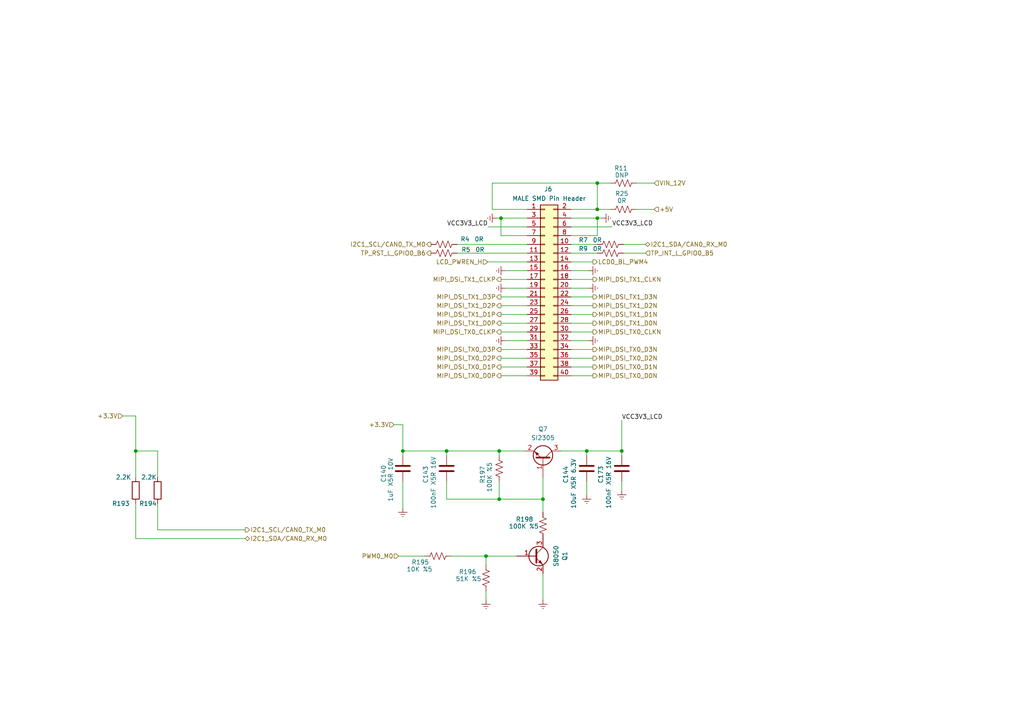
<source format=kicad_sch>
(kicad_sch (version 20231120) (generator "eeschema") (generator_version "8.0")
  (paper "A4")
  (lib_symbols
    (symbol "Connector_Generic:Conn_02x20_Odd_Even" (pin_names (offset 1.016) hide)
      (property "Reference" "J" (at 1.27 25.4 0))
      (property "Value" "Conn_02x20_Odd_Even" (at 1.27 -27.94 0))
      (symbol "Conn_02x20_Odd_Even_1_1"
        (rectangle (start -1.27 -25.273) (end 0 -25.527) (stroke (width 0.1524)))
        (rectangle (start -1.27 -22.733) (end 0 -22.987) (stroke (width 0.1524)))
        (rectangle (start -1.27 -20.193) (end 0 -20.447) (stroke (width 0.1524)))
        (rectangle (start -1.27 -17.653) (end 0 -17.907) (stroke (width 0.1524)))
        (rectangle (start -1.27 -15.113) (end 0 -15.367) (stroke (width 0.1524)))
        (rectangle (start -1.27 -12.573) (end 0 -12.827) (stroke (width 0.1524)))
        (rectangle (start -1.27 -10.033) (end 0 -10.287) (stroke (width 0.1524)))
        (rectangle (start -1.27 -7.493) (end 0 -7.747) (stroke (width 0.1524)))
        (rectangle (start -1.27 -4.953) (end 0 -5.207) (stroke (width 0.1524)))
        (rectangle (start -1.27 -2.413) (end 0 -2.667) (stroke (width 0.1524)))
        (rectangle (start -1.27 0.127) (end 0 -0.127) (stroke (width 0.1524)))
        (rectangle (start -1.27 2.667) (end 0 2.413) (stroke (width 0.1524)))
        (rectangle (start -1.27 5.207) (end 0 4.953) (stroke (width 0.1524)))
        (rectangle (start -1.27 7.747) (end 0 7.493) (stroke (width 0.1524)))
        (rectangle (start -1.27 10.287) (end 0 10.033) (stroke (width 0.1524)))
        (rectangle (start -1.27 12.827) (end 0 12.573) (stroke (width 0.1524)))
        (rectangle (start -1.27 15.367) (end 0 15.113) (stroke (width 0.1524)))
        (rectangle (start -1.27 17.907) (end 0 17.653) (stroke (width 0.1524)))
        (rectangle (start -1.27 20.447) (end 0 20.193) (stroke (width 0.1524)))
        (rectangle (start -1.27 22.987) (end 0 22.733) (stroke (width 0.1524)))
        (rectangle (start -1.27 24.13) (end 3.81 -26.67) (stroke (width 0.254)) (fill (type background)))
        (rectangle (start 3.81 -25.273) (end 2.54 -25.527) (stroke (width 0.1524)))
        (rectangle (start 3.81 -22.733) (end 2.54 -22.987) (stroke (width 0.1524)))
        (rectangle (start 3.81 -20.193) (end 2.54 -20.447) (stroke (width 0.1524)))
        (rectangle (start 3.81 -17.653) (end 2.54 -17.907) (stroke (width 0.1524)))
        (rectangle (start 3.81 -15.113) (end 2.54 -15.367) (stroke (width 0.1524)))
        (rectangle (start 3.81 -12.573) (end 2.54 -12.827) (stroke (width 0.1524)))
        (rectangle (start 3.81 -10.033) (end 2.54 -10.287) (stroke (width 0.1524)))
        (rectangle (start 3.81 -7.493) (end 2.54 -7.747) (stroke (width 0.1524)))
        (rectangle (start 3.81 -4.953) (end 2.54 -5.207) (stroke (width 0.1524)))
        (rectangle (start 3.81 -2.413) (end 2.54 -2.667) (stroke (width 0.1524)))
        (rectangle (start 3.81 0.127) (end 2.54 -0.127) (stroke (width 0.1524)))
        (rectangle (start 3.81 2.667) (end 2.54 2.413) (stroke (width 0.1524)))
        (rectangle (start 3.81 5.207) (end 2.54 4.953) (stroke (width 0.1524)))
        (rectangle (start 3.81 7.747) (end 2.54 7.493) (stroke (width 0.1524)))
        (rectangle (start 3.81 10.287) (end 2.54 10.033) (stroke (width 0.1524)))
        (rectangle (start 3.81 12.827) (end 2.54 12.573) (stroke (width 0.1524)))
        (rectangle (start 3.81 15.367) (end 2.54 15.113) (stroke (width 0.1524)))
        (rectangle (start 3.81 17.907) (end 2.54 17.653) (stroke (width 0.1524)))
        (rectangle (start 3.81 20.447) (end 2.54 20.193) (stroke (width 0.1524)))
        (rectangle (start 3.81 22.987) (end 2.54 22.733) (stroke (width 0.1524)))
        (pin passive line (at -5.08 22.86 0) (length 3.81) (name "Pin_1") (number "1"))
        (pin passive line (at 7.62 12.7 180) (length 3.81) (name "Pin_10") (number "10"))
        (pin passive line (at -5.08 10.16 0) (length 3.81) (name "Pin_11") (number "11"))
        (pin passive line (at 7.62 10.16 180) (length 3.81) (name "Pin_12") (number "12"))
        (pin passive line (at -5.08 7.62 0) (length 3.81) (name "Pin_13") (number "13"))
        (pin passive line (at 7.62 7.62 180) (length 3.81) (name "Pin_14") (number "14"))
        (pin passive line (at -5.08 5.08 0) (length 3.81) (name "Pin_15") (number "15"))
        (pin passive line (at 7.62 5.08 180) (length 3.81) (name "Pin_16") (number "16"))
        (pin passive line (at -5.08 2.54 0) (length 3.81) (name "Pin_17") (number "17"))
        (pin passive line (at 7.62 2.54 180) (length 3.81) (name "Pin_18") (number "18"))
        (pin passive line (at -5.08 0 0) (length 3.81) (name "Pin_19") (number "19"))
        (pin passive line (at 7.62 22.86 180) (length 3.81) (name "Pin_2") (number "2"))
        (pin passive line (at 7.62 0 180) (length 3.81) (name "Pin_20") (number "20"))
        (pin passive line (at -5.08 -2.54 0) (length 3.81) (name "Pin_21") (number "21"))
        (pin passive line (at 7.62 -2.54 180) (length 3.81) (name "Pin_22") (number "22"))
        (pin passive line (at -5.08 -5.08 0) (length 3.81) (name "Pin_23") (number "23"))
        (pin passive line (at 7.62 -5.08 180) (length 3.81) (name "Pin_24") (number "24"))
        (pin passive line (at -5.08 -7.62 0) (length 3.81) (name "Pin_25") (number "25"))
        (pin passive line (at 7.62 -7.62 180) (length 3.81) (name "Pin_26") (number "26"))
        (pin passive line (at -5.08 -10.16 0) (length 3.81) (name "Pin_27") (number "27"))
        (pin passive line (at 7.62 -10.16 180) (length 3.81) (name "Pin_28") (number "28"))
        (pin passive line (at -5.08 -12.7 0) (length 3.81) (name "Pin_29") (number "29"))
        (pin passive line (at -5.08 20.32 0) (length 3.81) (name "Pin_3") (number "3"))
        (pin passive line (at 7.62 -12.7 180) (length 3.81) (name "Pin_30") (number "30"))
        (pin passive line (at -5.08 -15.24 0) (length 3.81) (name "Pin_31") (number "31"))
        (pin passive line (at 7.62 -15.24 180) (length 3.81) (name "Pin_32") (number "32"))
        (pin passive line (at -5.08 -17.78 0) (length 3.81) (name "Pin_33") (number "33"))
        (pin passive line (at 7.62 -17.78 180) (length 3.81) (name "Pin_34") (number "34"))
        (pin passive line (at -5.08 -20.32 0) (length 3.81) (name "Pin_35") (number "35"))
        (pin passive line (at 7.62 -20.32 180) (length 3.81) (name "Pin_36") (number "36"))
        (pin passive line (at -5.08 -22.86 0) (length 3.81) (name "Pin_37") (number "37"))
        (pin passive line (at 7.62 -22.86 180) (length 3.81) (name "Pin_38") (number "38"))
        (pin passive line (at -5.08 -25.4 0) (length 3.81) (name "Pin_39") (number "39"))
        (pin passive line (at 7.62 20.32 180) (length 3.81) (name "Pin_4") (number "4"))
        (pin passive line (at 7.62 -25.4 180) (length 3.81) (name "Pin_40") (number "40"))
        (pin passive line (at -5.08 17.78 0) (length 3.81) (name "Pin_5") (number "5"))
        (pin passive line (at 7.62 17.78 180) (length 3.81) (name "Pin_6") (number "6"))
        (pin passive line (at -5.08 15.24 0) (length 3.81) (name "Pin_7") (number "7"))
        (pin passive line (at 7.62 15.24 180) (length 3.81) (name "Pin_8") (number "8"))
        (pin passive line (at -5.08 12.7 0) (length 3.81) (name "Pin_9") (number "9"))
      )
    )
    (symbol "Device:C" (pin_numbers hide) (pin_names (offset 0.254))
      (property "Reference" "C" (at 0.635 2.54 0))
      (property "Value" "C" (at 0.635 -2.54 0))
      (symbol "C_0_1"
        (polyline (pts (xy -2.032 -0.762) (xy 2.032 -0.762)) (stroke (width 0.508)))
        (polyline (pts (xy -2.032 0.762) (xy 2.032 0.762)) (stroke (width 0.508)))
      )
      (symbol "C_1_1"
        (pin passive line (at 0 3.81 270) (length 2.794) (name "~") (number "1"))
        (pin passive line (at 0 -3.81 90) (length 2.794) (name "~") (number "2"))
      )
    )
    (symbol "Device:R" (pin_numbers hide) (pin_names (offset 0))
      (property "Reference" "R" (at 2.032 0 90))
      (property "Value" "R" (at 0 0 90))
      (symbol "R_0_1"
        (rectangle (start -1.016 -2.54) (end 1.016 2.54) (stroke (width 0.254)))
      )
      (symbol "R_1_1"
        (pin passive line (at 0 3.81 270) (length 1.27) (name "~") (number "1"))
        (pin passive line (at 0 -3.81 90) (length 1.27) (name "~") (number "2"))
      )
    )
    (symbol "Device:R_US" (pin_numbers hide) (pin_names (offset 0))
      (property "Reference" "R" (at 2.54 0 90))
      (property "Value" "R_US" (at -2.54 0 90))
      (symbol "R_US_0_1"
        (polyline (pts (xy 0 -2.286) (xy 0 -2.54)))
        (polyline (pts (xy 0 2.286) (xy 0 2.54)))
        (polyline (pts (xy 0 -0.762) (xy 1.016 -1.143) (xy 0 -1.524) (xy -1.016 -1.905) (xy 0 -2.286)))
        (polyline (pts (xy 0 0.762) (xy 1.016 0.381) (xy 0 0) (xy -1.016 -0.381) (xy 0 -0.762)))
        (polyline (pts (xy 0 2.286) (xy 1.016 1.905) (xy 0 1.524) (xy -1.016 1.143) (xy 0 0.762)))
      )
      (symbol "R_US_1_1"
        (pin passive line (at 0 3.81 270) (length 1.27) (name "~") (number "1"))
        (pin passive line (at 0 -3.81 90) (length 1.27) (name "~") (number "2"))
      )
    )
    (symbol "Transistor_BJT:BC846" (pin_names (offset 0) hide)
      (property "Reference" "Q?" (at 5.08 1.2701 0))
      (property "Value" "BC846" (at 5.08 -1.2699 0))
      (symbol "BC846_0_1"
        (polyline (pts (xy 0.635 0.635) (xy 2.54 2.54)))
        (polyline (pts (xy 0.635 -0.635) (xy 2.54 -2.54) (xy 2.54 -2.54)))
        (polyline (pts (xy 0.635 1.905) (xy 0.635 -1.905) (xy 0.635 -1.905)) (stroke (width 0.508)))
        (polyline (pts (xy 1.27 -1.778) (xy 1.778 -1.27) (xy 2.286 -2.286) (xy 1.27 -1.778) (xy 1.27 -1.778)) (fill (type outline)))
        (circle (center 1.27 0) (radius 2.8194) (stroke (width 0.254)))
      )
      (symbol "BC846_1_1"
        (pin input line (at -5.08 0 0) (length 5.715) (name "B") (number "1"))
        (pin passive line (at 2.54 -5.08 90) (length 2.54) (name "S") (number "2"))
        (pin passive line (at 2.54 5.08 270) (length 2.54) (name "D") (number "3"))
      )
    )
    (symbol "power:Earth" (power) (pin_names (offset 0))
      (symbol "Earth_0_1"
        (polyline (pts (xy -0.635 -1.905) (xy 0.635 -1.905)))
        (polyline (pts (xy -0.127 -2.54) (xy 0.127 -2.54)))
        (polyline (pts (xy 0 -1.27) (xy 0 0)))
        (polyline (pts (xy 1.27 -1.27) (xy -1.27 -1.27)))
      )
      (symbol "Earth_1_1"
        (pin power_in line (at 0 0 270) (length 0) hide (name "Earth") (number "1"))
      )
    )
  )
  (junction (at 173.2431 53.1064))
  (junction (at 140.97 161.29))
  (junction (at 157.48 144.78))
  (junction (at 173.2431 63.2664))
  (junction (at 170.18 130.81))
  (junction (at 144.78 144.78))
  (junction (at 180.34 130.81))
  (junction (at 39.37 130.81))
  (junction (at 129.54 130.81))
  (junction (at 116.84 130.81))
  (junction (at 173.2431 60.7264))
  (junction (at 144.78 130.81))
  (junction (at 145.3031 63.2664))
  (wire (pts (xy 39.37 146.05) (xy 39.37 156.21)))
  (wire (pts (xy 165.6231 83.5864) (xy 170.7031 83.5864)))
  (wire (pts (xy 116.84 123.19) (xy 116.84 130.81)))
  (wire (pts (xy 132.6031 73.4264) (xy 152.9231 73.4264)))
  (wire (pts (xy 146.5731 98.8264) (xy 152.9231 98.8264)))
  (wire (pts (xy 144.78 130.81) (xy 152.4 130.81)))
  (wire (pts (xy 129.54 130.81) (xy 144.78 130.81)))
  (wire (pts (xy 165.6231 96.2864) (xy 171.9731 96.2864)))
  (wire (pts (xy 180.34 142.24) (xy 180.34 139.7)))
  (wire (pts (xy 165.6231 78.5064) (xy 170.7031 78.5064)))
  (wire (pts (xy 165.6231 63.2664) (xy 173.2431 63.2664)))
  (wire (pts (xy 145.3031 88.6664) (xy 152.9231 88.6664)))
  (wire (pts (xy 189.7531 60.7264) (xy 184.6731 60.7264)))
  (wire (pts (xy 140.97 161.29) (xy 140.97 163.83)))
  (wire (pts (xy 45.72 146.05) (xy 45.72 153.67)))
  (wire (pts (xy 115.57 161.29) (xy 123.19 161.29)))
  (wire (pts (xy 180.34 121.92) (xy 180.34 130.81)))
  (wire (pts (xy 180.34 130.81) (xy 180.34 132.08)))
  (wire (pts (xy 170.18 130.81) (xy 170.18 132.08)))
  (wire (pts (xy 165.6231 98.8264) (xy 170.7031 98.8264)))
  (wire (pts (xy 145.3031 68.3464) (xy 145.3031 63.2664)))
  (wire (pts (xy 114.3 123.19) (xy 116.84 123.19)))
  (wire (pts (xy 165.6231 75.9664) (xy 171.9731 75.9664)))
  (wire (pts (xy 129.54 130.81) (xy 129.54 132.08)))
  (wire (pts (xy 165.6231 106.4464) (xy 171.9731 106.4464)))
  (wire (pts (xy 45.72 138.43) (xy 45.72 130.81)))
  (wire (pts (xy 142.7631 53.1064) (xy 173.2431 53.1064)))
  (wire (pts (xy 173.2431 53.1064) (xy 177.0531 53.1064)))
  (wire (pts (xy 176.2243 65.7834) (xy 176.2243 65.8064)))
  (wire (pts (xy 145.3031 81.0464) (xy 152.9231 81.0464)))
  (wire (pts (xy 157.48 144.78) (xy 157.48 148.59)))
  (wire (pts (xy 129.54 139.7) (xy 129.54 144.78)))
  (wire (pts (xy 39.37 130.81) (xy 39.37 138.43)))
  (wire (pts (xy 145.3031 91.2064) (xy 152.9231 91.2064)))
  (wire (pts (xy 180.8631 70.8864) (xy 187.2131 70.8864)))
  (wire (pts (xy 173.2431 68.3464) (xy 173.2431 63.2664)))
  (wire (pts (xy 141.4931 65.8064) (xy 152.9231 65.8064)))
  (wire (pts (xy 170.18 130.81) (xy 180.34 130.81)))
  (wire (pts (xy 130.81 161.29) (xy 140.97 161.29)))
  (wire (pts (xy 141.3955 75.9664) (xy 141.3955 75.9728)))
  (wire (pts (xy 173.2431 60.7264) (xy 165.6231 60.7264)))
  (wire (pts (xy 141.3955 75.9664) (xy 152.9231 75.9664)))
  (wire (pts (xy 145.3031 68.3464) (xy 152.9231 68.3464)))
  (wire (pts (xy 144.0331 63.2664) (xy 145.3031 63.2664)))
  (wire (pts (xy 173.2431 60.7264) (xy 177.0531 60.7264)))
  (wire (pts (xy 165.6231 68.3464) (xy 173.2431 68.3464)))
  (wire (pts (xy 145.3031 96.2864) (xy 152.9231 96.2864)))
  (wire (pts (xy 145.3031 106.4464) (xy 152.9231 106.4464)))
  (wire (pts (xy 144.78 130.81) (xy 144.78 132.08)))
  (wire (pts (xy 142.7631 60.7264) (xy 142.7631 53.1064)))
  (wire (pts (xy 157.48 166.37) (xy 157.48 173.99)))
  (wire (pts (xy 165.6231 70.8864) (xy 173.2431 70.8864)))
  (wire (pts (xy 165.6231 93.7464) (xy 171.9731 93.7464)))
  (wire (pts (xy 176.2243 65.8064) (xy 165.6231 65.8064)))
  (wire (pts (xy 144.78 144.78) (xy 157.48 144.78)))
  (wire (pts (xy 144.78 139.7) (xy 144.78 144.78)))
  (wire (pts (xy 157.48 138.43) (xy 157.48 144.78)))
  (wire (pts (xy 145.3031 103.9064) (xy 152.9231 103.9064)))
  (wire (pts (xy 165.6231 91.2064) (xy 171.9731 91.2064)))
  (wire (pts (xy 165.6231 101.3664) (xy 171.9731 101.3664)))
  (wire (pts (xy 39.37 156.21) (xy 71.12 156.21)))
  (wire (pts (xy 165.6231 108.9864) (xy 171.9731 108.9864)))
  (wire (pts (xy 170.18 143.51) (xy 170.18 139.7)))
  (wire (pts (xy 146.5731 78.5064) (xy 152.9231 78.5064)))
  (wire (pts (xy 149.86 161.29) (xy 140.97 161.29)))
  (wire (pts (xy 165.6231 88.6664) (xy 171.9731 88.6664)))
  (wire (pts (xy 180.8631 73.4264) (xy 187.2131 73.4264)))
  (wire (pts (xy 116.84 130.81) (xy 116.84 132.08)))
  (wire (pts (xy 129.54 144.78) (xy 144.78 144.78)))
  (wire (pts (xy 140.97 171.45) (xy 140.97 173.99)))
  (wire (pts (xy 165.6231 73.4264) (xy 173.2431 73.4264)))
  (wire (pts (xy 39.37 120.65) (xy 39.37 130.81)))
  (wire (pts (xy 145.3031 101.3664) (xy 152.9231 101.3664)))
  (wire (pts (xy 145.3031 86.1264) (xy 152.9231 86.1264)))
  (wire (pts (xy 45.72 130.81) (xy 39.37 130.81)))
  (wire (pts (xy 132.6031 70.8864) (xy 152.9231 70.8864)))
  (wire (pts (xy 165.6231 86.1264) (xy 171.9731 86.1264)))
  (wire (pts (xy 176.2243 65.7834) (xy 177.5157 65.7834)))
  (wire (pts (xy 189.7531 53.1064) (xy 184.6731 53.1064)))
  (wire (pts (xy 116.84 139.7) (xy 116.84 147.32)))
  (wire (pts (xy 145.3031 108.9864) (xy 152.9231 108.9864)))
  (wire (pts (xy 173.2431 53.1064) (xy 173.2431 60.7264)))
  (wire (pts (xy 45.72 153.67) (xy 71.12 153.67)))
  (wire (pts (xy 162.56 130.81) (xy 170.18 130.81)))
  (wire (pts (xy 165.6231 81.0464) (xy 171.9731 81.0464)))
  (wire (pts (xy 142.7631 60.7264) (xy 152.9231 60.7264)))
  (wire (pts (xy 145.3031 93.7464) (xy 152.9231 93.7464)))
  (wire (pts (xy 173.2431 63.2664) (xy 174.5131 63.2664)))
  (wire (pts (xy 146.5731 83.5864) (xy 152.9231 83.5864)))
  (wire (pts (xy 165.6231 103.9064) (xy 171.9731 103.9064)))
  (wire (pts (xy 116.84 130.81) (xy 129.54 130.81)))
  (wire (pts (xy 145.3031 63.2664) (xy 152.9231 63.2664)))
  (wire (pts (xy 35.56 120.65) (xy 39.37 120.65)))
  (label "VCC3V3_LCD" (at 177.5157 65.7834 0))
  (label "VCC3V3_LCD" (at 141.4931 65.8064 180))
  (label "VCC3V3_LCD" (at 180.34 121.92 0))
  (hierarchical_label "MIPI_DSI_TX0_D1N" (shape output) (at 171.9731 106.4464 0))
  (hierarchical_label "I2C1_SCL{slash}CAN0_TX_M0" (shape output) (at 71.12 153.67 0))
  (hierarchical_label "MIPI_DSI_TX0_D3N" (shape output) (at 171.9731 101.3664 0))
  (hierarchical_label "MIPI_DSI_TX1_CLKN" (shape output) (at 171.9731 81.0464 0))
  (hierarchical_label "TP_INT_L_GPIO0_B5" (shape input) (at 187.2131 73.4264 0))
  (hierarchical_label "MIPI_DSI_TX1_D2N" (shape output) (at 171.9731 88.6664 0))
  (hierarchical_label "MIPI_DSI_TX1_D1P" (shape output) (at 145.3031 91.2064 180))
  (hierarchical_label "MIPI_DSI_TX0_D0N" (shape output) (at 171.9731 108.9864 0))
  (hierarchical_label "MIPI_DSI_TX0_D3P" (shape output) (at 145.3031 101.3664 180))
  (hierarchical_label "TP_RST_L_GPIO0_B6" (shape output) (at 124.9831 73.4264 180))
  (hierarchical_label "MIPI_DSI_TX1_D1N" (shape output) (at 171.9731 91.2064 0))
  (hierarchical_label "LCD_PWREN_H" (shape input) (at 141.3955 75.9728 180))
  (hierarchical_label "MIPI_DSI_TX0_D2P" (shape output) (at 145.3031 103.9064 180))
  (hierarchical_label "LCD0_BL_PWM4" (shape output) (at 171.9731 75.9664 0))
  (hierarchical_label "MIPI_DSI_TX1_D0N" (shape output) (at 171.9731 93.7464 0))
  (hierarchical_label "MIPI_DSI_TX1_D2P" (shape output) (at 145.3031 88.6664 180))
  (hierarchical_label "+3.3V" (shape input) (at 35.56 120.65 180))
  (hierarchical_label "MIPI_DSI_TX0_CLKN" (shape output) (at 171.9731 96.2864 0))
  (hierarchical_label "MIPI_DSI_TX0_D2N" (shape output) (at 171.9731 103.9064 0))
  (hierarchical_label "I2C1_SDA{slash}CAN0_RX_M0" (shape bidirectional) (at 187.2131 70.8864 0))
  (hierarchical_label "MIPI_DSI_TX1_D3P" (shape output) (at 145.3031 86.1264 180))
  (hierarchical_label "MIPI_DSI_TX1_D3N" (shape output) (at 171.9731 86.1264 0))
  (hierarchical_label "I2C1_SDA{slash}CAN0_RX_M0" (shape bidirectional) (at 71.12 156.21 0))
  (hierarchical_label "MIPI_DSI_TX1_CLKP" (shape output) (at 145.3031 81.0464 180))
  (hierarchical_label "+5V" (shape input) (at 189.7531 60.7264 0))
  (hierarchical_label "I2C1_SCL{slash}CAN0_TX_M0" (shape output) (at 124.9831 70.8864 180))
  (hierarchical_label "MIPI_DSI_TX0_CLKP" (shape output) (at 145.3031 96.2864 180))
  (hierarchical_label "MIPI_DSI_TX1_D0P" (shape output) (at 145.3031 93.7464 180))
  (hierarchical_label "MIPI_DSI_TX0_D1P" (shape output) (at 145.3031 106.4464 180))
  (hierarchical_label "+3.3V" (shape input) (at 114.3 123.19 180))
  (hierarchical_label "PWM0_M0" (shape input) (at 115.57 161.29 180))
  (hierarchical_label "VIN_12V" (shape input) (at 189.7531 53.1064 0))
  (hierarchical_label "MIPI_DSI_TX0_D0P" (shape output) (at 145.3031 108.9864 180))
  (symbol (lib_id "power:Earth") (at 170.7031 83.5864 90) (unit 1)
    (property "Reference" "#PWR062" (effects (hide yes)))
    (property "Value" "Earth" (effects (hide yes)))
    (property "Description" "Power symbol creates a global label with name \"Earth\"" (effects (hide yes)))
  )
  (symbol (lib_id "power:Earth") (at 157.48 173.99 0) (unit 1)
    (property "Reference" "#PWR0123" (effects (hide yes)))
    (property "Value" "Earth" (effects (hide yes)))
    (property "Description" "Power symbol creates a global label with name \"Earth\"" (effects (hide yes)))
  )
  (symbol (lib_id "power:Earth") (at 144.0331 63.2664 270) (unit 1)
    (property "Reference" "#PWR057" (effects (hide yes)))
    (property "Value" "Earth" (effects (hide yes)))
    (property "Description" "Power symbol creates a global label with name \"Earth\"" (effects (hide yes)))
  )
  (symbol (lib_id "power:Earth") (at 146.5731 98.8264 270) (unit 1)
    (property "Reference" "#PWR060" (effects (hide yes)))
    (property "Value" "Earth" (effects (hide yes)))
    (property "Description" "Power symbol creates a global label with name \"Earth\"" (effects (hide yes)))
  )
  (symbol (lib_id "Device:R_US") (at 157.48 152.4 180) (unit 1)
    (property "Reference" "R198" (at 152.146 150.622 0))
    (property "Value" "100K %5 " (at 152.4 152.654 0))
    (property "Footprint" "Resistor_SMD:R_0402_1005Metric" (effects (hide yes)))
    (property "Description" "Resistor, US symbol" (effects (hide yes)))
  )
  (symbol (lib_id "Device:R_US") (at 140.97 167.64 180) (unit 1)
    (property "Reference" "R196" (at 135.636 165.862 0))
    (property "Value" "51K %5" (at 135.89 167.894 0))
    (property "Footprint" "Resistor_SMD:R_0402_1005Metric" (effects (hide yes)))
    (property "Description" "Resistor, US symbol" (effects (hide yes)))
  )
  (symbol (lib_id "power:Earth") (at 170.7031 78.5064 90) (unit 1)
    (property "Reference" "#PWR061" (effects (hide yes)))
    (property "Value" "Earth" (effects (hide yes)))
    (property "Description" "Power symbol creates a global label with name \"Earth\"" (effects (hide yes)))
  )
  (symbol (lib_id "Device:R_US") (at 127 161.29 270) (unit 1)
    (property "Reference" "R195" (at 121.92 163.068 90))
    (property "Value" "10K %5" (at 121.666 165.1 90))
    (property "Footprint" "Resistor_SMD:R_0402_1005Metric" (effects (hide yes)))
    (property "Description" "Resistor, US symbol" (effects (hide yes)))
  )
  (symbol (lib_id "Device:C") (at 116.84 135.89 0) (unit 1)
    (property "Reference" "C140" (at 111.252 139.954 90) (effects (justify left)))
    (property "Value" "1uF X5R 10V" (at 113.284 145.542 90) (effects (justify left)))
    (property "Footprint" "Capacitor_SMD:C_0402_1005Metric" (effects (hide yes)))
    (property "Description" "Unpolarized capacitor" (effects (hide yes)))
  )
  (symbol (lib_id "Transistor_BJT:BC846") (at 157.48 133.35 270) (mirror x) (unit 1)
    (property "Reference" "Q7" (at 157.48 124.46 90))
    (property "Value" "SI2305" (at 157.48 127 90))
    (property "Footprint" "Package_TO_SOT_SMD:SOT-23" (effects (hide yes)))
    (property "Datasheet" "https://assets.nexperia.com/documents/data-sheet/BC846_SER.pdf" (effects (hide yes)))
    (property "Description" "0.1A Ic, 65V Vce, NPN Transistor, SOT-23" (effects (hide yes)))
    (property "MPN" "SI2305" (effects (hide yes)))
  )
  (symbol (lib_id "Device:R") (at 39.37 142.24 180) (unit 1)
    (property "Reference" "R193" (at 35.052 146.05 0))
    (property "Value" "2.2K" (at 35.814 138.43 0))
    (property "Footprint" "Resistor_SMD:R_0402_1005Metric" (effects (hide yes)))
    (property "Description" "Resistor" (effects (hide yes)))
  )
  (symbol (lib_id "Device:C") (at 170.18 135.89 0) (unit 1)
    (property "Reference" "C144" (at 164.084 140.208 90) (effects (justify left)))
    (property "Value" "10uF X5R 6.3V" (at 166.37 147.574 90) (effects (justify left)))
    (property "Footprint" "Capacitor_SMD:C_0402_1005Metric" (effects (hide yes)))
    (property "Description" "Unpolarized capacitor" (effects (hide yes)))
  )
  (symbol (lib_id "Device:C") (at 180.34 135.89 0) (unit 1)
    (property "Reference" "C173" (at 174.244 140.208 90) (effects (justify left)))
    (property "Value" "100nF X5R 16V" (at 176.53 147.574 90) (effects (justify left)))
    (property "Footprint" "Capacitor_SMD:C_0402_1005Metric" (effects (hide yes)))
    (property "Description" "Unpolarized capacitor" (effects (hide yes)))
  )
  (symbol (lib_id "Connector_Generic:Conn_02x20_Odd_Even") (at 158.0031 83.5864 0) (unit 1)
    (property "Reference" "J6" (at 159.004 54.864 0))
    (property "Value" "MALE SMD Pin Header" (at 159.2731 57.5713 0))
    (property "Footprint" "Connector_PinHeader_1.27mm:PinHeader_2x20_P1.27mm_Vertical" (effects (hide yes)))
    (property "Description" "Generic connector, double row, 02x20, odd/even pin numbering scheme (row 1 odd numbers, row 2 even numbers), script generated (kicad-library-utils/schlib/autogen/connector/)" (effects (hide yes)))
    (property "MPN" "MALE SMD Pin Header" (effects (hide yes)))
  )
  (symbol (lib_id "power:Earth") (at 170.7031 98.8264 90) (unit 1)
    (property "Reference" "#PWR063" (effects (hide yes)))
    (property "Value" "Earth" (effects (hide yes)))
    (property "Description" "Power symbol creates a global label with name \"Earth\"" (effects (hide yes)))
  )
  (symbol (lib_id "Device:R_US") (at 128.7931 70.8864 90) (unit 1)
    (property "Reference" "R4" (at 134.8891 69.3624 90))
    (property "Value" "0R" (at 138.9531 69.3624 90))
    (property "Footprint" "Resistor_SMD:R_0603_1608Metric" (effects (hide yes)))
    (property "Description" "Resistor, US symbol" (effects (hide yes)))
  )
  (symbol (lib_id "power:Earth") (at 174.5131 63.2664 90) (unit 1)
    (property "Reference" "#PWR064" (effects (hide yes)))
    (property "Value" "Earth" (effects (hide yes)))
    (property "Description" "Power symbol creates a global label with name \"Earth\"" (effects (hide yes)))
  )
  (symbol (lib_id "Device:C") (at 129.54 135.89 0) (unit 1)
    (property "Reference" "C143" (at 123.444 140.208 90) (effects (justify left)))
    (property "Value" "100nF X5R 16V" (at 125.73 147.574 90) (effects (justify left)))
    (property "Footprint" "Capacitor_SMD:C_0402_1005Metric" (effects (hide yes)))
    (property "Description" "Unpolarized capacitor" (effects (hide yes)))
  )
  (symbol (lib_id "power:Earth") (at 146.5731 78.5064 270) (unit 1)
    (property "Reference" "#PWR058" (effects (hide yes)))
    (property "Value" "Earth" (effects (hide yes)))
    (property "Description" "Power symbol creates a global label with name \"Earth\"" (effects (hide yes)))
  )
  (symbol (lib_id "Transistor_BJT:BC846") (at 154.94 161.29 0) (unit 1)
    (property "Reference" "Q1" (at 163.83 161.29 90))
    (property "Value" "S8050" (at 161.29 161.29 90))
    (property "Footprint" "Package_TO_SOT_SMD:SOT-23" (effects (hide yes)))
    (property "Datasheet" "https://assets.nexperia.com/documents/data-sheet/BC846_SER.pdf" (effects (hide yes)))
    (property "Description" "0.1A Ic, 65V Vce, NPN Transistor, SOT-23" (effects (hide yes)))
    (property "MPN" "S8050" (effects (hide yes)))
  )
  (symbol (lib_id "Device:R") (at 45.72 142.24 0) (unit 1)
    (property "Reference" "R194" (at 42.926 146.05 0))
    (property "Value" "2.2K" (at 43.18 138.43 0))
    (property "Footprint" "Resistor_SMD:R_0402_1005Metric" (effects (hide yes)))
    (property "Description" "Resistor" (effects (hide yes)))
  )
  (symbol (lib_id "Device:R_US") (at 177.0531 70.8864 90) (unit 1)
    (property "Reference" "R7" (at 169.1791 69.6164 90))
    (property "Value" "0R" (at 173.2431 69.6164 90))
    (property "Footprint" "Resistor_SMD:R_0603_1608Metric" (effects (hide yes)))
    (property "Description" "Resistor, US symbol" (effects (hide yes)))
  )
  (symbol (lib_id "Device:R_US") (at 180.8631 53.1064 90) (unit 1)
    (property "Reference" "R11" (at 180.1011 48.7884 90))
    (property "Value" "DNP" (at 180.3551 50.8204 90))
    (property "Footprint" "Resistor_SMD:R_0603_1608Metric" (effects (hide yes)))
    (property "Description" "Resistor, US symbol" (effects (hide yes)))
  )
  (symbol (lib_id "power:Earth") (at 116.84 147.32 0) (unit 1)
    (property "Reference" "#PWR0110" (effects (hide yes)))
    (property "Value" "Earth" (effects (hide yes)))
    (property "Description" "Power symbol creates a global label with name \"Earth\"" (effects (hide yes)))
  )
  (symbol (lib_id "power:Earth") (at 140.97 173.99 0) (unit 1)
    (property "Reference" "#PWR0122" (effects (hide yes)))
    (property "Value" "Earth" (effects (hide yes)))
    (property "Description" "Power symbol creates a global label with name \"Earth\"" (effects (hide yes)))
  )
  (symbol (lib_id "power:Earth") (at 170.18 143.51 0) (unit 1)
    (property "Reference" "#PWR046" (effects (hide yes)))
    (property "Value" "Earth" (effects (hide yes)))
    (property "Description" "Power symbol creates a global label with name \"Earth\"" (effects (hide yes)))
  )
  (symbol (lib_id "Device:R_US") (at 128.7931 73.4264 90) (unit 1)
    (property "Reference" "R5" (at 135.1431 72.4104 90))
    (property "Value" "0R" (at 139.2071 72.4104 90))
    (property "Footprint" "Resistor_SMD:R_0603_1608Metric" (effects (hide yes)))
    (property "Description" "Resistor, US symbol" (effects (hide yes)))
  )
  (symbol (lib_id "power:Earth") (at 146.5731 83.5864 270) (unit 1)
    (property "Reference" "#PWR059" (effects (hide yes)))
    (property "Value" "Earth" (effects (hide yes)))
    (property "Description" "Power symbol creates a global label with name \"Earth\"" (effects (hide yes)))
  )
  (symbol (lib_id "Device:R_US") (at 180.8631 60.7264 90) (unit 1)
    (property "Reference" "R25" (at 180.3551 56.1544 90))
    (property "Value" "0R" (at 180.3551 58.1864 90))
    (property "Footprint" "Resistor_SMD:R_0603_1608Metric" (effects (hide yes)))
    (property "Description" "Resistor, US symbol" (effects (hide yes)))
  )
  (symbol (lib_id "Device:R_US") (at 177.0531 73.4264 90) (unit 1)
    (property "Reference" "R9" (at 169.1791 72.1564 90))
    (property "Value" "0R" (at 173.2431 72.1564 90))
    (property "Footprint" "Resistor_SMD:R_0603_1608Metric" (effects (hide yes)))
    (property "Description" "Resistor, US symbol" (effects (hide yes)))
  )
  (symbol (lib_id "power:Earth") (at 180.34 142.24 0) (unit 1)
    (property "Reference" "#PWR047" (effects (hide yes)))
    (property "Value" "Earth" (effects (hide yes)))
    (property "Description" "Power symbol creates a global label with name \"Earth\"" (effects (hide yes)))
  )
  (symbol (lib_id "Device:R_US") (at 144.78 135.89 180) (unit 1)
    (property "Reference" "R197" (at 139.954 137.668 90))
    (property "Value" "100K %5 " (at 141.986 137.922 90))
    (property "Footprint" "Resistor_SMD:R_0402_1005Metric" (effects (hide yes)))
    (property "Description" "Resistor, US symbol" (effects (hide yes)))
  )
)
</source>
